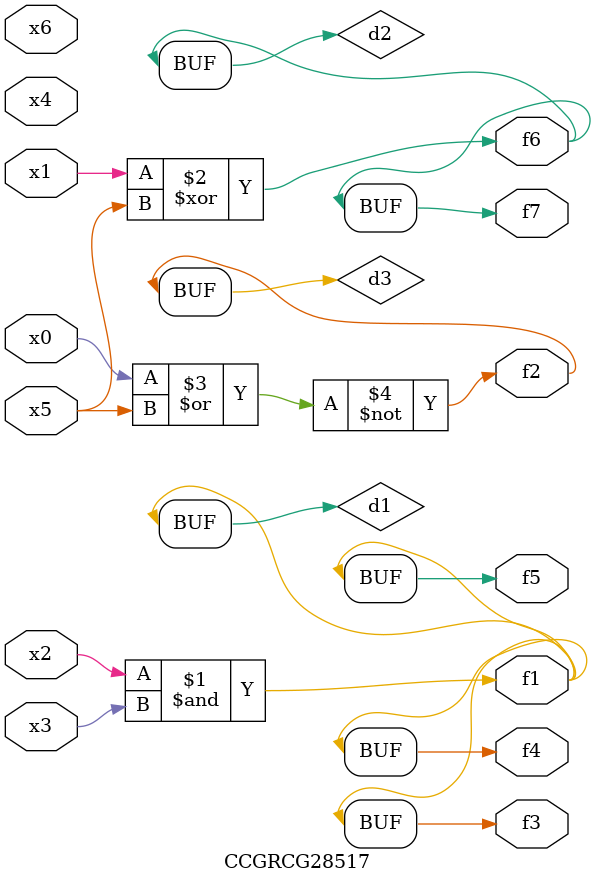
<source format=v>
module CCGRCG28517(
	input x0, x1, x2, x3, x4, x5, x6,
	output f1, f2, f3, f4, f5, f6, f7
);

	wire d1, d2, d3;

	and (d1, x2, x3);
	xor (d2, x1, x5);
	nor (d3, x0, x5);
	assign f1 = d1;
	assign f2 = d3;
	assign f3 = d1;
	assign f4 = d1;
	assign f5 = d1;
	assign f6 = d2;
	assign f7 = d2;
endmodule

</source>
